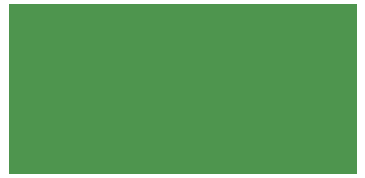
<source format=gbr>
G04 #@! TF.FileFunction,Copper,L2,Bot,Signal*
%FSLAX46Y46*%
G04 Gerber Fmt 4.6, Leading zero omitted, Abs format (unit mm)*
G04 Created by KiCad (PCBNEW 4.0.2+dfsg1-stable) date Qua 18 Mai 2016 08:03:29 BRT*
%MOMM*%
G01*
G04 APERTURE LIST*
%ADD10C,0.100000*%
%ADD11R,4.000000X1.481000*%
%ADD12C,1.500000*%
G04 APERTURE END LIST*
D10*
D11*
X145770000Y-106649500D03*
X145770000Y-112210500D03*
D12*
X167300000Y-107430000D03*
X165300000Y-107430000D03*
X163300000Y-107430000D03*
X161300000Y-107430000D03*
X159300000Y-106430000D03*
X157300000Y-106430000D03*
X155300000Y-106430000D03*
X153300000Y-107430000D03*
X151300000Y-107430000D03*
X149300000Y-107430000D03*
X167300000Y-111430000D03*
X165300000Y-111430000D03*
X163300000Y-111430000D03*
X161300000Y-111430000D03*
X159300000Y-112430000D03*
X157300000Y-112430000D03*
X155300000Y-112430000D03*
X153300000Y-111430000D03*
X151300000Y-111430000D03*
X149300000Y-111430000D03*
D11*
X171100000Y-112220500D03*
X171100000Y-106659500D03*
D10*
G36*
X173075000Y-114705000D02*
X143715000Y-114705000D01*
X143715000Y-100425000D01*
X173075000Y-100425000D01*
X173075000Y-114705000D01*
X173075000Y-114705000D01*
G37*
X173075000Y-114705000D02*
X143715000Y-114705000D01*
X143715000Y-100425000D01*
X173075000Y-100425000D01*
X173075000Y-114705000D01*
M02*

</source>
